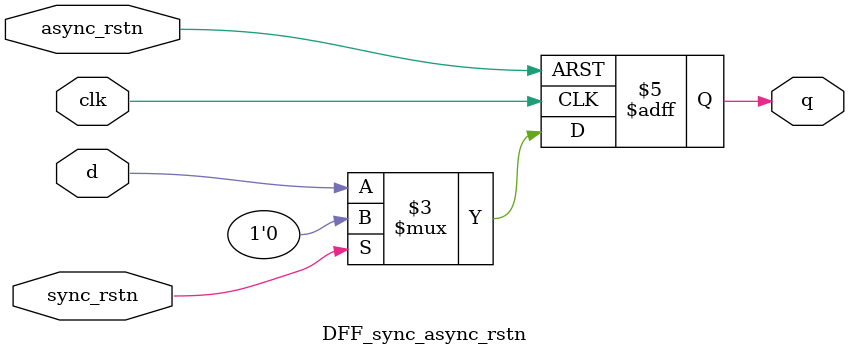
<source format=v>
`timescale 1ns / 1ps
module DFF_sync_async_rstn(clk,
                           async_rstn,
                           sync_rstn,
                           d,
                           q);
input clk;
input async_rstn;
input sync_rstn;
input d;
output reg q;

always@(posedge clk, posedge async_rstn)begin
    if(async_rstn)
        q <= 1'b0;
    else if(sync_rstn)
        q <= 1'b0;
    else
        q <= d;    
end

endmodule

</source>
